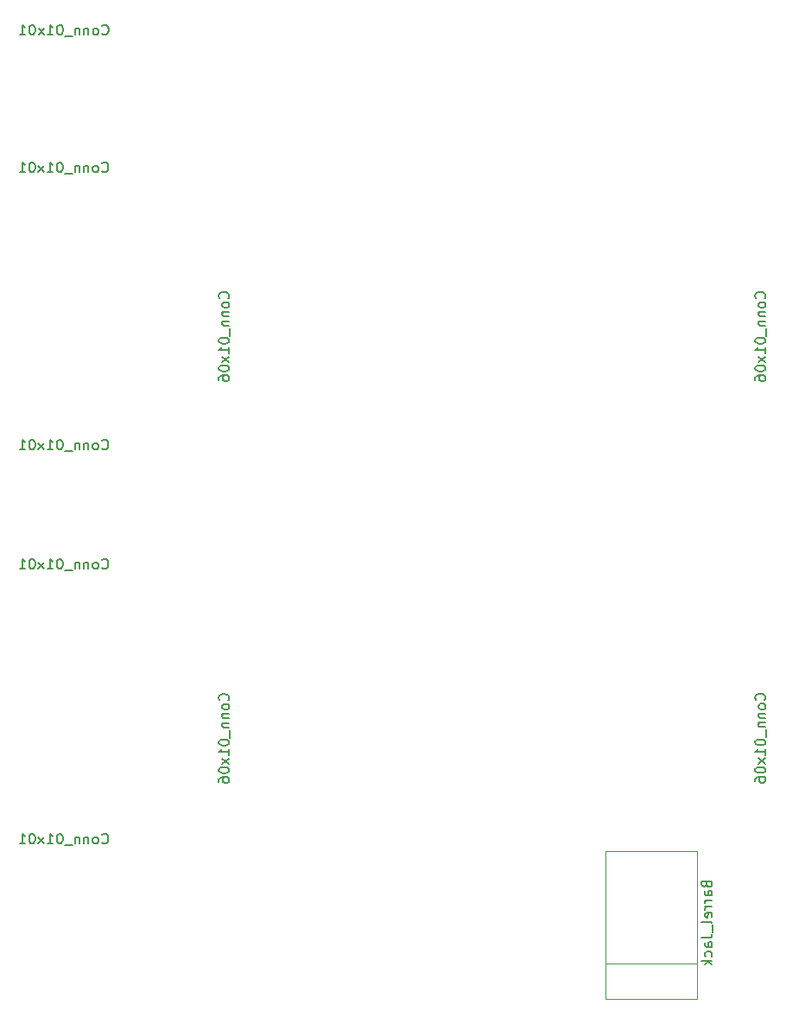
<source format=gbr>
G04 #@! TF.FileFunction,Other,Fab,Bot*
%FSLAX46Y46*%
G04 Gerber Fmt 4.6, Leading zero omitted, Abs format (unit mm)*
G04 Created by KiCad (PCBNEW 4.0.4-stable) date 12/14/17 11:03:47*
%MOMM*%
%LPD*%
G01*
G04 APERTURE LIST*
%ADD10C,0.250000*%
%ADD11C,0.100000*%
%ADD12C,0.150000*%
G04 APERTURE END LIST*
D10*
D11*
X167060000Y-162600000D02*
X158060000Y-162600000D01*
X167060000Y-166100000D02*
X158060000Y-166100000D01*
X158060000Y-166100000D02*
X158060000Y-151600000D01*
X158060000Y-151600000D02*
X167060000Y-151600000D01*
X167060000Y-151600000D02*
X167060000Y-166100000D01*
D12*
X167988571Y-154861904D02*
X168036190Y-155004761D01*
X168083810Y-155052380D01*
X168179048Y-155099999D01*
X168321905Y-155099999D01*
X168417143Y-155052380D01*
X168464762Y-155004761D01*
X168512381Y-154909523D01*
X168512381Y-154528570D01*
X167512381Y-154528570D01*
X167512381Y-154861904D01*
X167560000Y-154957142D01*
X167607619Y-155004761D01*
X167702857Y-155052380D01*
X167798095Y-155052380D01*
X167893333Y-155004761D01*
X167940952Y-154957142D01*
X167988571Y-154861904D01*
X167988571Y-154528570D01*
X168512381Y-155957142D02*
X167988571Y-155957142D01*
X167893333Y-155909523D01*
X167845714Y-155814285D01*
X167845714Y-155623808D01*
X167893333Y-155528570D01*
X168464762Y-155957142D02*
X168512381Y-155861904D01*
X168512381Y-155623808D01*
X168464762Y-155528570D01*
X168369524Y-155480951D01*
X168274286Y-155480951D01*
X168179048Y-155528570D01*
X168131429Y-155623808D01*
X168131429Y-155861904D01*
X168083810Y-155957142D01*
X168512381Y-156433332D02*
X167845714Y-156433332D01*
X168036190Y-156433332D02*
X167940952Y-156480951D01*
X167893333Y-156528570D01*
X167845714Y-156623808D01*
X167845714Y-156719047D01*
X168512381Y-157052380D02*
X167845714Y-157052380D01*
X168036190Y-157052380D02*
X167940952Y-157099999D01*
X167893333Y-157147618D01*
X167845714Y-157242856D01*
X167845714Y-157338095D01*
X168464762Y-158052381D02*
X168512381Y-157957143D01*
X168512381Y-157766666D01*
X168464762Y-157671428D01*
X168369524Y-157623809D01*
X167988571Y-157623809D01*
X167893333Y-157671428D01*
X167845714Y-157766666D01*
X167845714Y-157957143D01*
X167893333Y-158052381D01*
X167988571Y-158100000D01*
X168083810Y-158100000D01*
X168179048Y-157623809D01*
X168512381Y-158671428D02*
X168464762Y-158576190D01*
X168369524Y-158528571D01*
X167512381Y-158528571D01*
X168607619Y-158814286D02*
X168607619Y-159576191D01*
X167512381Y-160100001D02*
X168226667Y-160100001D01*
X168369524Y-160052381D01*
X168464762Y-159957143D01*
X168512381Y-159814286D01*
X168512381Y-159719048D01*
X168512381Y-161004763D02*
X167988571Y-161004763D01*
X167893333Y-160957144D01*
X167845714Y-160861906D01*
X167845714Y-160671429D01*
X167893333Y-160576191D01*
X168464762Y-161004763D02*
X168512381Y-160909525D01*
X168512381Y-160671429D01*
X168464762Y-160576191D01*
X168369524Y-160528572D01*
X168274286Y-160528572D01*
X168179048Y-160576191D01*
X168131429Y-160671429D01*
X168131429Y-160909525D01*
X168083810Y-161004763D01*
X168464762Y-161909525D02*
X168512381Y-161814287D01*
X168512381Y-161623810D01*
X168464762Y-161528572D01*
X168417143Y-161480953D01*
X168321905Y-161433334D01*
X168036190Y-161433334D01*
X167940952Y-161480953D01*
X167893333Y-161528572D01*
X167845714Y-161623810D01*
X167845714Y-161814287D01*
X167893333Y-161909525D01*
X168512381Y-162338096D02*
X167512381Y-162338096D01*
X168131429Y-162433334D02*
X168512381Y-162719049D01*
X167845714Y-162719049D02*
X168226667Y-162338096D01*
X121082143Y-97436905D02*
X121129762Y-97389286D01*
X121177381Y-97246429D01*
X121177381Y-97151191D01*
X121129762Y-97008333D01*
X121034524Y-96913095D01*
X120939286Y-96865476D01*
X120748810Y-96817857D01*
X120605952Y-96817857D01*
X120415476Y-96865476D01*
X120320238Y-96913095D01*
X120225000Y-97008333D01*
X120177381Y-97151191D01*
X120177381Y-97246429D01*
X120225000Y-97389286D01*
X120272619Y-97436905D01*
X121177381Y-98008333D02*
X121129762Y-97913095D01*
X121082143Y-97865476D01*
X120986905Y-97817857D01*
X120701190Y-97817857D01*
X120605952Y-97865476D01*
X120558333Y-97913095D01*
X120510714Y-98008333D01*
X120510714Y-98151191D01*
X120558333Y-98246429D01*
X120605952Y-98294048D01*
X120701190Y-98341667D01*
X120986905Y-98341667D01*
X121082143Y-98294048D01*
X121129762Y-98246429D01*
X121177381Y-98151191D01*
X121177381Y-98008333D01*
X120510714Y-98770238D02*
X121177381Y-98770238D01*
X120605952Y-98770238D02*
X120558333Y-98817857D01*
X120510714Y-98913095D01*
X120510714Y-99055953D01*
X120558333Y-99151191D01*
X120653571Y-99198810D01*
X121177381Y-99198810D01*
X120510714Y-99675000D02*
X121177381Y-99675000D01*
X120605952Y-99675000D02*
X120558333Y-99722619D01*
X120510714Y-99817857D01*
X120510714Y-99960715D01*
X120558333Y-100055953D01*
X120653571Y-100103572D01*
X121177381Y-100103572D01*
X121272619Y-100341667D02*
X121272619Y-101103572D01*
X120177381Y-101532143D02*
X120177381Y-101627382D01*
X120225000Y-101722620D01*
X120272619Y-101770239D01*
X120367857Y-101817858D01*
X120558333Y-101865477D01*
X120796429Y-101865477D01*
X120986905Y-101817858D01*
X121082143Y-101770239D01*
X121129762Y-101722620D01*
X121177381Y-101627382D01*
X121177381Y-101532143D01*
X121129762Y-101436905D01*
X121082143Y-101389286D01*
X120986905Y-101341667D01*
X120796429Y-101294048D01*
X120558333Y-101294048D01*
X120367857Y-101341667D01*
X120272619Y-101389286D01*
X120225000Y-101436905D01*
X120177381Y-101532143D01*
X121177381Y-102817858D02*
X121177381Y-102246429D01*
X121177381Y-102532143D02*
X120177381Y-102532143D01*
X120320238Y-102436905D01*
X120415476Y-102341667D01*
X120463095Y-102246429D01*
X121177381Y-103151191D02*
X120510714Y-103675001D01*
X120510714Y-103151191D02*
X121177381Y-103675001D01*
X120177381Y-104246429D02*
X120177381Y-104341668D01*
X120225000Y-104436906D01*
X120272619Y-104484525D01*
X120367857Y-104532144D01*
X120558333Y-104579763D01*
X120796429Y-104579763D01*
X120986905Y-104532144D01*
X121082143Y-104484525D01*
X121129762Y-104436906D01*
X121177381Y-104341668D01*
X121177381Y-104246429D01*
X121129762Y-104151191D01*
X121082143Y-104103572D01*
X120986905Y-104055953D01*
X120796429Y-104008334D01*
X120558333Y-104008334D01*
X120367857Y-104055953D01*
X120272619Y-104103572D01*
X120225000Y-104151191D01*
X120177381Y-104246429D01*
X120177381Y-105436906D02*
X120177381Y-105246429D01*
X120225000Y-105151191D01*
X120272619Y-105103572D01*
X120415476Y-105008334D01*
X120605952Y-104960715D01*
X120986905Y-104960715D01*
X121082143Y-105008334D01*
X121129762Y-105055953D01*
X121177381Y-105151191D01*
X121177381Y-105341668D01*
X121129762Y-105436906D01*
X121082143Y-105484525D01*
X120986905Y-105532144D01*
X120748810Y-105532144D01*
X120653571Y-105484525D01*
X120605952Y-105436906D01*
X120558333Y-105341668D01*
X120558333Y-105151191D01*
X120605952Y-105055953D01*
X120653571Y-105008334D01*
X120748810Y-104960715D01*
X108734075Y-71538103D02*
X108781694Y-71585722D01*
X108924551Y-71633341D01*
X109019789Y-71633341D01*
X109162647Y-71585722D01*
X109257885Y-71490484D01*
X109305504Y-71395246D01*
X109353123Y-71204770D01*
X109353123Y-71061912D01*
X109305504Y-70871436D01*
X109257885Y-70776198D01*
X109162647Y-70680960D01*
X109019789Y-70633341D01*
X108924551Y-70633341D01*
X108781694Y-70680960D01*
X108734075Y-70728579D01*
X108162647Y-71633341D02*
X108257885Y-71585722D01*
X108305504Y-71538103D01*
X108353123Y-71442865D01*
X108353123Y-71157150D01*
X108305504Y-71061912D01*
X108257885Y-71014293D01*
X108162647Y-70966674D01*
X108019789Y-70966674D01*
X107924551Y-71014293D01*
X107876932Y-71061912D01*
X107829313Y-71157150D01*
X107829313Y-71442865D01*
X107876932Y-71538103D01*
X107924551Y-71585722D01*
X108019789Y-71633341D01*
X108162647Y-71633341D01*
X107400742Y-70966674D02*
X107400742Y-71633341D01*
X107400742Y-71061912D02*
X107353123Y-71014293D01*
X107257885Y-70966674D01*
X107115027Y-70966674D01*
X107019789Y-71014293D01*
X106972170Y-71109531D01*
X106972170Y-71633341D01*
X106495980Y-70966674D02*
X106495980Y-71633341D01*
X106495980Y-71061912D02*
X106448361Y-71014293D01*
X106353123Y-70966674D01*
X106210265Y-70966674D01*
X106115027Y-71014293D01*
X106067408Y-71109531D01*
X106067408Y-71633341D01*
X105829313Y-71728579D02*
X105067408Y-71728579D01*
X104638837Y-70633341D02*
X104543598Y-70633341D01*
X104448360Y-70680960D01*
X104400741Y-70728579D01*
X104353122Y-70823817D01*
X104305503Y-71014293D01*
X104305503Y-71252389D01*
X104353122Y-71442865D01*
X104400741Y-71538103D01*
X104448360Y-71585722D01*
X104543598Y-71633341D01*
X104638837Y-71633341D01*
X104734075Y-71585722D01*
X104781694Y-71538103D01*
X104829313Y-71442865D01*
X104876932Y-71252389D01*
X104876932Y-71014293D01*
X104829313Y-70823817D01*
X104781694Y-70728579D01*
X104734075Y-70680960D01*
X104638837Y-70633341D01*
X103353122Y-71633341D02*
X103924551Y-71633341D01*
X103638837Y-71633341D02*
X103638837Y-70633341D01*
X103734075Y-70776198D01*
X103829313Y-70871436D01*
X103924551Y-70919055D01*
X103019789Y-71633341D02*
X102495979Y-70966674D01*
X103019789Y-70966674D02*
X102495979Y-71633341D01*
X101924551Y-70633341D02*
X101829312Y-70633341D01*
X101734074Y-70680960D01*
X101686455Y-70728579D01*
X101638836Y-70823817D01*
X101591217Y-71014293D01*
X101591217Y-71252389D01*
X101638836Y-71442865D01*
X101686455Y-71538103D01*
X101734074Y-71585722D01*
X101829312Y-71633341D01*
X101924551Y-71633341D01*
X102019789Y-71585722D01*
X102067408Y-71538103D01*
X102115027Y-71442865D01*
X102162646Y-71252389D01*
X102162646Y-71014293D01*
X102115027Y-70823817D01*
X102067408Y-70728579D01*
X102019789Y-70680960D01*
X101924551Y-70633341D01*
X100638836Y-71633341D02*
X101210265Y-71633341D01*
X100924551Y-71633341D02*
X100924551Y-70633341D01*
X101019789Y-70776198D01*
X101115027Y-70871436D01*
X101210265Y-70919055D01*
X108731535Y-85000103D02*
X108779154Y-85047722D01*
X108922011Y-85095341D01*
X109017249Y-85095341D01*
X109160107Y-85047722D01*
X109255345Y-84952484D01*
X109302964Y-84857246D01*
X109350583Y-84666770D01*
X109350583Y-84523912D01*
X109302964Y-84333436D01*
X109255345Y-84238198D01*
X109160107Y-84142960D01*
X109017249Y-84095341D01*
X108922011Y-84095341D01*
X108779154Y-84142960D01*
X108731535Y-84190579D01*
X108160107Y-85095341D02*
X108255345Y-85047722D01*
X108302964Y-85000103D01*
X108350583Y-84904865D01*
X108350583Y-84619150D01*
X108302964Y-84523912D01*
X108255345Y-84476293D01*
X108160107Y-84428674D01*
X108017249Y-84428674D01*
X107922011Y-84476293D01*
X107874392Y-84523912D01*
X107826773Y-84619150D01*
X107826773Y-84904865D01*
X107874392Y-85000103D01*
X107922011Y-85047722D01*
X108017249Y-85095341D01*
X108160107Y-85095341D01*
X107398202Y-84428674D02*
X107398202Y-85095341D01*
X107398202Y-84523912D02*
X107350583Y-84476293D01*
X107255345Y-84428674D01*
X107112487Y-84428674D01*
X107017249Y-84476293D01*
X106969630Y-84571531D01*
X106969630Y-85095341D01*
X106493440Y-84428674D02*
X106493440Y-85095341D01*
X106493440Y-84523912D02*
X106445821Y-84476293D01*
X106350583Y-84428674D01*
X106207725Y-84428674D01*
X106112487Y-84476293D01*
X106064868Y-84571531D01*
X106064868Y-85095341D01*
X105826773Y-85190579D02*
X105064868Y-85190579D01*
X104636297Y-84095341D02*
X104541058Y-84095341D01*
X104445820Y-84142960D01*
X104398201Y-84190579D01*
X104350582Y-84285817D01*
X104302963Y-84476293D01*
X104302963Y-84714389D01*
X104350582Y-84904865D01*
X104398201Y-85000103D01*
X104445820Y-85047722D01*
X104541058Y-85095341D01*
X104636297Y-85095341D01*
X104731535Y-85047722D01*
X104779154Y-85000103D01*
X104826773Y-84904865D01*
X104874392Y-84714389D01*
X104874392Y-84476293D01*
X104826773Y-84285817D01*
X104779154Y-84190579D01*
X104731535Y-84142960D01*
X104636297Y-84095341D01*
X103350582Y-85095341D02*
X103922011Y-85095341D01*
X103636297Y-85095341D02*
X103636297Y-84095341D01*
X103731535Y-84238198D01*
X103826773Y-84333436D01*
X103922011Y-84381055D01*
X103017249Y-85095341D02*
X102493439Y-84428674D01*
X103017249Y-84428674D02*
X102493439Y-85095341D01*
X101922011Y-84095341D02*
X101826772Y-84095341D01*
X101731534Y-84142960D01*
X101683915Y-84190579D01*
X101636296Y-84285817D01*
X101588677Y-84476293D01*
X101588677Y-84714389D01*
X101636296Y-84904865D01*
X101683915Y-85000103D01*
X101731534Y-85047722D01*
X101826772Y-85095341D01*
X101922011Y-85095341D01*
X102017249Y-85047722D01*
X102064868Y-85000103D01*
X102112487Y-84904865D01*
X102160106Y-84714389D01*
X102160106Y-84476293D01*
X102112487Y-84285817D01*
X102064868Y-84190579D01*
X102017249Y-84142960D01*
X101922011Y-84095341D01*
X100636296Y-85095341D02*
X101207725Y-85095341D01*
X100922011Y-85095341D02*
X100922011Y-84095341D01*
X101017249Y-84238198D01*
X101112487Y-84333436D01*
X101207725Y-84381055D01*
X108731535Y-112178103D02*
X108779154Y-112225722D01*
X108922011Y-112273341D01*
X109017249Y-112273341D01*
X109160107Y-112225722D01*
X109255345Y-112130484D01*
X109302964Y-112035246D01*
X109350583Y-111844770D01*
X109350583Y-111701912D01*
X109302964Y-111511436D01*
X109255345Y-111416198D01*
X109160107Y-111320960D01*
X109017249Y-111273341D01*
X108922011Y-111273341D01*
X108779154Y-111320960D01*
X108731535Y-111368579D01*
X108160107Y-112273341D02*
X108255345Y-112225722D01*
X108302964Y-112178103D01*
X108350583Y-112082865D01*
X108350583Y-111797150D01*
X108302964Y-111701912D01*
X108255345Y-111654293D01*
X108160107Y-111606674D01*
X108017249Y-111606674D01*
X107922011Y-111654293D01*
X107874392Y-111701912D01*
X107826773Y-111797150D01*
X107826773Y-112082865D01*
X107874392Y-112178103D01*
X107922011Y-112225722D01*
X108017249Y-112273341D01*
X108160107Y-112273341D01*
X107398202Y-111606674D02*
X107398202Y-112273341D01*
X107398202Y-111701912D02*
X107350583Y-111654293D01*
X107255345Y-111606674D01*
X107112487Y-111606674D01*
X107017249Y-111654293D01*
X106969630Y-111749531D01*
X106969630Y-112273341D01*
X106493440Y-111606674D02*
X106493440Y-112273341D01*
X106493440Y-111701912D02*
X106445821Y-111654293D01*
X106350583Y-111606674D01*
X106207725Y-111606674D01*
X106112487Y-111654293D01*
X106064868Y-111749531D01*
X106064868Y-112273341D01*
X105826773Y-112368579D02*
X105064868Y-112368579D01*
X104636297Y-111273341D02*
X104541058Y-111273341D01*
X104445820Y-111320960D01*
X104398201Y-111368579D01*
X104350582Y-111463817D01*
X104302963Y-111654293D01*
X104302963Y-111892389D01*
X104350582Y-112082865D01*
X104398201Y-112178103D01*
X104445820Y-112225722D01*
X104541058Y-112273341D01*
X104636297Y-112273341D01*
X104731535Y-112225722D01*
X104779154Y-112178103D01*
X104826773Y-112082865D01*
X104874392Y-111892389D01*
X104874392Y-111654293D01*
X104826773Y-111463817D01*
X104779154Y-111368579D01*
X104731535Y-111320960D01*
X104636297Y-111273341D01*
X103350582Y-112273341D02*
X103922011Y-112273341D01*
X103636297Y-112273341D02*
X103636297Y-111273341D01*
X103731535Y-111416198D01*
X103826773Y-111511436D01*
X103922011Y-111559055D01*
X103017249Y-112273341D02*
X102493439Y-111606674D01*
X103017249Y-111606674D02*
X102493439Y-112273341D01*
X101922011Y-111273341D02*
X101826772Y-111273341D01*
X101731534Y-111320960D01*
X101683915Y-111368579D01*
X101636296Y-111463817D01*
X101588677Y-111654293D01*
X101588677Y-111892389D01*
X101636296Y-112082865D01*
X101683915Y-112178103D01*
X101731534Y-112225722D01*
X101826772Y-112273341D01*
X101922011Y-112273341D01*
X102017249Y-112225722D01*
X102064868Y-112178103D01*
X102112487Y-112082865D01*
X102160106Y-111892389D01*
X102160106Y-111654293D01*
X102112487Y-111463817D01*
X102064868Y-111368579D01*
X102017249Y-111320960D01*
X101922011Y-111273341D01*
X100636296Y-112273341D02*
X101207725Y-112273341D01*
X100922011Y-112273341D02*
X100922011Y-111273341D01*
X101017249Y-111416198D01*
X101112487Y-111511436D01*
X101207725Y-111559055D01*
X108731535Y-123862103D02*
X108779154Y-123909722D01*
X108922011Y-123957341D01*
X109017249Y-123957341D01*
X109160107Y-123909722D01*
X109255345Y-123814484D01*
X109302964Y-123719246D01*
X109350583Y-123528770D01*
X109350583Y-123385912D01*
X109302964Y-123195436D01*
X109255345Y-123100198D01*
X109160107Y-123004960D01*
X109017249Y-122957341D01*
X108922011Y-122957341D01*
X108779154Y-123004960D01*
X108731535Y-123052579D01*
X108160107Y-123957341D02*
X108255345Y-123909722D01*
X108302964Y-123862103D01*
X108350583Y-123766865D01*
X108350583Y-123481150D01*
X108302964Y-123385912D01*
X108255345Y-123338293D01*
X108160107Y-123290674D01*
X108017249Y-123290674D01*
X107922011Y-123338293D01*
X107874392Y-123385912D01*
X107826773Y-123481150D01*
X107826773Y-123766865D01*
X107874392Y-123862103D01*
X107922011Y-123909722D01*
X108017249Y-123957341D01*
X108160107Y-123957341D01*
X107398202Y-123290674D02*
X107398202Y-123957341D01*
X107398202Y-123385912D02*
X107350583Y-123338293D01*
X107255345Y-123290674D01*
X107112487Y-123290674D01*
X107017249Y-123338293D01*
X106969630Y-123433531D01*
X106969630Y-123957341D01*
X106493440Y-123290674D02*
X106493440Y-123957341D01*
X106493440Y-123385912D02*
X106445821Y-123338293D01*
X106350583Y-123290674D01*
X106207725Y-123290674D01*
X106112487Y-123338293D01*
X106064868Y-123433531D01*
X106064868Y-123957341D01*
X105826773Y-124052579D02*
X105064868Y-124052579D01*
X104636297Y-122957341D02*
X104541058Y-122957341D01*
X104445820Y-123004960D01*
X104398201Y-123052579D01*
X104350582Y-123147817D01*
X104302963Y-123338293D01*
X104302963Y-123576389D01*
X104350582Y-123766865D01*
X104398201Y-123862103D01*
X104445820Y-123909722D01*
X104541058Y-123957341D01*
X104636297Y-123957341D01*
X104731535Y-123909722D01*
X104779154Y-123862103D01*
X104826773Y-123766865D01*
X104874392Y-123576389D01*
X104874392Y-123338293D01*
X104826773Y-123147817D01*
X104779154Y-123052579D01*
X104731535Y-123004960D01*
X104636297Y-122957341D01*
X103350582Y-123957341D02*
X103922011Y-123957341D01*
X103636297Y-123957341D02*
X103636297Y-122957341D01*
X103731535Y-123100198D01*
X103826773Y-123195436D01*
X103922011Y-123243055D01*
X103017249Y-123957341D02*
X102493439Y-123290674D01*
X103017249Y-123290674D02*
X102493439Y-123957341D01*
X101922011Y-122957341D02*
X101826772Y-122957341D01*
X101731534Y-123004960D01*
X101683915Y-123052579D01*
X101636296Y-123147817D01*
X101588677Y-123338293D01*
X101588677Y-123576389D01*
X101636296Y-123766865D01*
X101683915Y-123862103D01*
X101731534Y-123909722D01*
X101826772Y-123957341D01*
X101922011Y-123957341D01*
X102017249Y-123909722D01*
X102064868Y-123862103D01*
X102112487Y-123766865D01*
X102160106Y-123576389D01*
X102160106Y-123338293D01*
X102112487Y-123147817D01*
X102064868Y-123052579D01*
X102017249Y-123004960D01*
X101922011Y-122957341D01*
X100636296Y-123957341D02*
X101207725Y-123957341D01*
X100922011Y-123957341D02*
X100922011Y-122957341D01*
X101017249Y-123100198D01*
X101112487Y-123195436D01*
X101207725Y-123243055D01*
X108731535Y-150786103D02*
X108779154Y-150833722D01*
X108922011Y-150881341D01*
X109017249Y-150881341D01*
X109160107Y-150833722D01*
X109255345Y-150738484D01*
X109302964Y-150643246D01*
X109350583Y-150452770D01*
X109350583Y-150309912D01*
X109302964Y-150119436D01*
X109255345Y-150024198D01*
X109160107Y-149928960D01*
X109017249Y-149881341D01*
X108922011Y-149881341D01*
X108779154Y-149928960D01*
X108731535Y-149976579D01*
X108160107Y-150881341D02*
X108255345Y-150833722D01*
X108302964Y-150786103D01*
X108350583Y-150690865D01*
X108350583Y-150405150D01*
X108302964Y-150309912D01*
X108255345Y-150262293D01*
X108160107Y-150214674D01*
X108017249Y-150214674D01*
X107922011Y-150262293D01*
X107874392Y-150309912D01*
X107826773Y-150405150D01*
X107826773Y-150690865D01*
X107874392Y-150786103D01*
X107922011Y-150833722D01*
X108017249Y-150881341D01*
X108160107Y-150881341D01*
X107398202Y-150214674D02*
X107398202Y-150881341D01*
X107398202Y-150309912D02*
X107350583Y-150262293D01*
X107255345Y-150214674D01*
X107112487Y-150214674D01*
X107017249Y-150262293D01*
X106969630Y-150357531D01*
X106969630Y-150881341D01*
X106493440Y-150214674D02*
X106493440Y-150881341D01*
X106493440Y-150309912D02*
X106445821Y-150262293D01*
X106350583Y-150214674D01*
X106207725Y-150214674D01*
X106112487Y-150262293D01*
X106064868Y-150357531D01*
X106064868Y-150881341D01*
X105826773Y-150976579D02*
X105064868Y-150976579D01*
X104636297Y-149881341D02*
X104541058Y-149881341D01*
X104445820Y-149928960D01*
X104398201Y-149976579D01*
X104350582Y-150071817D01*
X104302963Y-150262293D01*
X104302963Y-150500389D01*
X104350582Y-150690865D01*
X104398201Y-150786103D01*
X104445820Y-150833722D01*
X104541058Y-150881341D01*
X104636297Y-150881341D01*
X104731535Y-150833722D01*
X104779154Y-150786103D01*
X104826773Y-150690865D01*
X104874392Y-150500389D01*
X104874392Y-150262293D01*
X104826773Y-150071817D01*
X104779154Y-149976579D01*
X104731535Y-149928960D01*
X104636297Y-149881341D01*
X103350582Y-150881341D02*
X103922011Y-150881341D01*
X103636297Y-150881341D02*
X103636297Y-149881341D01*
X103731535Y-150024198D01*
X103826773Y-150119436D01*
X103922011Y-150167055D01*
X103017249Y-150881341D02*
X102493439Y-150214674D01*
X103017249Y-150214674D02*
X102493439Y-150881341D01*
X101922011Y-149881341D02*
X101826772Y-149881341D01*
X101731534Y-149928960D01*
X101683915Y-149976579D01*
X101636296Y-150071817D01*
X101588677Y-150262293D01*
X101588677Y-150500389D01*
X101636296Y-150690865D01*
X101683915Y-150786103D01*
X101731534Y-150833722D01*
X101826772Y-150881341D01*
X101922011Y-150881341D01*
X102017249Y-150833722D01*
X102064868Y-150786103D01*
X102112487Y-150690865D01*
X102160106Y-150500389D01*
X102160106Y-150262293D01*
X102112487Y-150071817D01*
X102064868Y-149976579D01*
X102017249Y-149928960D01*
X101922011Y-149881341D01*
X100636296Y-150881341D02*
X101207725Y-150881341D01*
X100922011Y-150881341D02*
X100922011Y-149881341D01*
X101017249Y-150024198D01*
X101112487Y-150119436D01*
X101207725Y-150167055D01*
X121082143Y-136811905D02*
X121129762Y-136764286D01*
X121177381Y-136621429D01*
X121177381Y-136526191D01*
X121129762Y-136383333D01*
X121034524Y-136288095D01*
X120939286Y-136240476D01*
X120748810Y-136192857D01*
X120605952Y-136192857D01*
X120415476Y-136240476D01*
X120320238Y-136288095D01*
X120225000Y-136383333D01*
X120177381Y-136526191D01*
X120177381Y-136621429D01*
X120225000Y-136764286D01*
X120272619Y-136811905D01*
X121177381Y-137383333D02*
X121129762Y-137288095D01*
X121082143Y-137240476D01*
X120986905Y-137192857D01*
X120701190Y-137192857D01*
X120605952Y-137240476D01*
X120558333Y-137288095D01*
X120510714Y-137383333D01*
X120510714Y-137526191D01*
X120558333Y-137621429D01*
X120605952Y-137669048D01*
X120701190Y-137716667D01*
X120986905Y-137716667D01*
X121082143Y-137669048D01*
X121129762Y-137621429D01*
X121177381Y-137526191D01*
X121177381Y-137383333D01*
X120510714Y-138145238D02*
X121177381Y-138145238D01*
X120605952Y-138145238D02*
X120558333Y-138192857D01*
X120510714Y-138288095D01*
X120510714Y-138430953D01*
X120558333Y-138526191D01*
X120653571Y-138573810D01*
X121177381Y-138573810D01*
X120510714Y-139050000D02*
X121177381Y-139050000D01*
X120605952Y-139050000D02*
X120558333Y-139097619D01*
X120510714Y-139192857D01*
X120510714Y-139335715D01*
X120558333Y-139430953D01*
X120653571Y-139478572D01*
X121177381Y-139478572D01*
X121272619Y-139716667D02*
X121272619Y-140478572D01*
X120177381Y-140907143D02*
X120177381Y-141002382D01*
X120225000Y-141097620D01*
X120272619Y-141145239D01*
X120367857Y-141192858D01*
X120558333Y-141240477D01*
X120796429Y-141240477D01*
X120986905Y-141192858D01*
X121082143Y-141145239D01*
X121129762Y-141097620D01*
X121177381Y-141002382D01*
X121177381Y-140907143D01*
X121129762Y-140811905D01*
X121082143Y-140764286D01*
X120986905Y-140716667D01*
X120796429Y-140669048D01*
X120558333Y-140669048D01*
X120367857Y-140716667D01*
X120272619Y-140764286D01*
X120225000Y-140811905D01*
X120177381Y-140907143D01*
X121177381Y-142192858D02*
X121177381Y-141621429D01*
X121177381Y-141907143D02*
X120177381Y-141907143D01*
X120320238Y-141811905D01*
X120415476Y-141716667D01*
X120463095Y-141621429D01*
X121177381Y-142526191D02*
X120510714Y-143050001D01*
X120510714Y-142526191D02*
X121177381Y-143050001D01*
X120177381Y-143621429D02*
X120177381Y-143716668D01*
X120225000Y-143811906D01*
X120272619Y-143859525D01*
X120367857Y-143907144D01*
X120558333Y-143954763D01*
X120796429Y-143954763D01*
X120986905Y-143907144D01*
X121082143Y-143859525D01*
X121129762Y-143811906D01*
X121177381Y-143716668D01*
X121177381Y-143621429D01*
X121129762Y-143526191D01*
X121082143Y-143478572D01*
X120986905Y-143430953D01*
X120796429Y-143383334D01*
X120558333Y-143383334D01*
X120367857Y-143430953D01*
X120272619Y-143478572D01*
X120225000Y-143526191D01*
X120177381Y-143621429D01*
X120177381Y-144811906D02*
X120177381Y-144621429D01*
X120225000Y-144526191D01*
X120272619Y-144478572D01*
X120415476Y-144383334D01*
X120605952Y-144335715D01*
X120986905Y-144335715D01*
X121082143Y-144383334D01*
X121129762Y-144430953D01*
X121177381Y-144526191D01*
X121177381Y-144716668D01*
X121129762Y-144811906D01*
X121082143Y-144859525D01*
X120986905Y-144907144D01*
X120748810Y-144907144D01*
X120653571Y-144859525D01*
X120605952Y-144811906D01*
X120558333Y-144716668D01*
X120558333Y-144526191D01*
X120605952Y-144430953D01*
X120653571Y-144383334D01*
X120748810Y-144335715D01*
X173657143Y-97436905D02*
X173704762Y-97389286D01*
X173752381Y-97246429D01*
X173752381Y-97151191D01*
X173704762Y-97008333D01*
X173609524Y-96913095D01*
X173514286Y-96865476D01*
X173323810Y-96817857D01*
X173180952Y-96817857D01*
X172990476Y-96865476D01*
X172895238Y-96913095D01*
X172800000Y-97008333D01*
X172752381Y-97151191D01*
X172752381Y-97246429D01*
X172800000Y-97389286D01*
X172847619Y-97436905D01*
X173752381Y-98008333D02*
X173704762Y-97913095D01*
X173657143Y-97865476D01*
X173561905Y-97817857D01*
X173276190Y-97817857D01*
X173180952Y-97865476D01*
X173133333Y-97913095D01*
X173085714Y-98008333D01*
X173085714Y-98151191D01*
X173133333Y-98246429D01*
X173180952Y-98294048D01*
X173276190Y-98341667D01*
X173561905Y-98341667D01*
X173657143Y-98294048D01*
X173704762Y-98246429D01*
X173752381Y-98151191D01*
X173752381Y-98008333D01*
X173085714Y-98770238D02*
X173752381Y-98770238D01*
X173180952Y-98770238D02*
X173133333Y-98817857D01*
X173085714Y-98913095D01*
X173085714Y-99055953D01*
X173133333Y-99151191D01*
X173228571Y-99198810D01*
X173752381Y-99198810D01*
X173085714Y-99675000D02*
X173752381Y-99675000D01*
X173180952Y-99675000D02*
X173133333Y-99722619D01*
X173085714Y-99817857D01*
X173085714Y-99960715D01*
X173133333Y-100055953D01*
X173228571Y-100103572D01*
X173752381Y-100103572D01*
X173847619Y-100341667D02*
X173847619Y-101103572D01*
X172752381Y-101532143D02*
X172752381Y-101627382D01*
X172800000Y-101722620D01*
X172847619Y-101770239D01*
X172942857Y-101817858D01*
X173133333Y-101865477D01*
X173371429Y-101865477D01*
X173561905Y-101817858D01*
X173657143Y-101770239D01*
X173704762Y-101722620D01*
X173752381Y-101627382D01*
X173752381Y-101532143D01*
X173704762Y-101436905D01*
X173657143Y-101389286D01*
X173561905Y-101341667D01*
X173371429Y-101294048D01*
X173133333Y-101294048D01*
X172942857Y-101341667D01*
X172847619Y-101389286D01*
X172800000Y-101436905D01*
X172752381Y-101532143D01*
X173752381Y-102817858D02*
X173752381Y-102246429D01*
X173752381Y-102532143D02*
X172752381Y-102532143D01*
X172895238Y-102436905D01*
X172990476Y-102341667D01*
X173038095Y-102246429D01*
X173752381Y-103151191D02*
X173085714Y-103675001D01*
X173085714Y-103151191D02*
X173752381Y-103675001D01*
X172752381Y-104246429D02*
X172752381Y-104341668D01*
X172800000Y-104436906D01*
X172847619Y-104484525D01*
X172942857Y-104532144D01*
X173133333Y-104579763D01*
X173371429Y-104579763D01*
X173561905Y-104532144D01*
X173657143Y-104484525D01*
X173704762Y-104436906D01*
X173752381Y-104341668D01*
X173752381Y-104246429D01*
X173704762Y-104151191D01*
X173657143Y-104103572D01*
X173561905Y-104055953D01*
X173371429Y-104008334D01*
X173133333Y-104008334D01*
X172942857Y-104055953D01*
X172847619Y-104103572D01*
X172800000Y-104151191D01*
X172752381Y-104246429D01*
X172752381Y-105436906D02*
X172752381Y-105246429D01*
X172800000Y-105151191D01*
X172847619Y-105103572D01*
X172990476Y-105008334D01*
X173180952Y-104960715D01*
X173561905Y-104960715D01*
X173657143Y-105008334D01*
X173704762Y-105055953D01*
X173752381Y-105151191D01*
X173752381Y-105341668D01*
X173704762Y-105436906D01*
X173657143Y-105484525D01*
X173561905Y-105532144D01*
X173323810Y-105532144D01*
X173228571Y-105484525D01*
X173180952Y-105436906D01*
X173133333Y-105341668D01*
X173133333Y-105151191D01*
X173180952Y-105055953D01*
X173228571Y-105008334D01*
X173323810Y-104960715D01*
X173657143Y-136786905D02*
X173704762Y-136739286D01*
X173752381Y-136596429D01*
X173752381Y-136501191D01*
X173704762Y-136358333D01*
X173609524Y-136263095D01*
X173514286Y-136215476D01*
X173323810Y-136167857D01*
X173180952Y-136167857D01*
X172990476Y-136215476D01*
X172895238Y-136263095D01*
X172800000Y-136358333D01*
X172752381Y-136501191D01*
X172752381Y-136596429D01*
X172800000Y-136739286D01*
X172847619Y-136786905D01*
X173752381Y-137358333D02*
X173704762Y-137263095D01*
X173657143Y-137215476D01*
X173561905Y-137167857D01*
X173276190Y-137167857D01*
X173180952Y-137215476D01*
X173133333Y-137263095D01*
X173085714Y-137358333D01*
X173085714Y-137501191D01*
X173133333Y-137596429D01*
X173180952Y-137644048D01*
X173276190Y-137691667D01*
X173561905Y-137691667D01*
X173657143Y-137644048D01*
X173704762Y-137596429D01*
X173752381Y-137501191D01*
X173752381Y-137358333D01*
X173085714Y-138120238D02*
X173752381Y-138120238D01*
X173180952Y-138120238D02*
X173133333Y-138167857D01*
X173085714Y-138263095D01*
X173085714Y-138405953D01*
X173133333Y-138501191D01*
X173228571Y-138548810D01*
X173752381Y-138548810D01*
X173085714Y-139025000D02*
X173752381Y-139025000D01*
X173180952Y-139025000D02*
X173133333Y-139072619D01*
X173085714Y-139167857D01*
X173085714Y-139310715D01*
X173133333Y-139405953D01*
X173228571Y-139453572D01*
X173752381Y-139453572D01*
X173847619Y-139691667D02*
X173847619Y-140453572D01*
X172752381Y-140882143D02*
X172752381Y-140977382D01*
X172800000Y-141072620D01*
X172847619Y-141120239D01*
X172942857Y-141167858D01*
X173133333Y-141215477D01*
X173371429Y-141215477D01*
X173561905Y-141167858D01*
X173657143Y-141120239D01*
X173704762Y-141072620D01*
X173752381Y-140977382D01*
X173752381Y-140882143D01*
X173704762Y-140786905D01*
X173657143Y-140739286D01*
X173561905Y-140691667D01*
X173371429Y-140644048D01*
X173133333Y-140644048D01*
X172942857Y-140691667D01*
X172847619Y-140739286D01*
X172800000Y-140786905D01*
X172752381Y-140882143D01*
X173752381Y-142167858D02*
X173752381Y-141596429D01*
X173752381Y-141882143D02*
X172752381Y-141882143D01*
X172895238Y-141786905D01*
X172990476Y-141691667D01*
X173038095Y-141596429D01*
X173752381Y-142501191D02*
X173085714Y-143025001D01*
X173085714Y-142501191D02*
X173752381Y-143025001D01*
X172752381Y-143596429D02*
X172752381Y-143691668D01*
X172800000Y-143786906D01*
X172847619Y-143834525D01*
X172942857Y-143882144D01*
X173133333Y-143929763D01*
X173371429Y-143929763D01*
X173561905Y-143882144D01*
X173657143Y-143834525D01*
X173704762Y-143786906D01*
X173752381Y-143691668D01*
X173752381Y-143596429D01*
X173704762Y-143501191D01*
X173657143Y-143453572D01*
X173561905Y-143405953D01*
X173371429Y-143358334D01*
X173133333Y-143358334D01*
X172942857Y-143405953D01*
X172847619Y-143453572D01*
X172800000Y-143501191D01*
X172752381Y-143596429D01*
X172752381Y-144786906D02*
X172752381Y-144596429D01*
X172800000Y-144501191D01*
X172847619Y-144453572D01*
X172990476Y-144358334D01*
X173180952Y-144310715D01*
X173561905Y-144310715D01*
X173657143Y-144358334D01*
X173704762Y-144405953D01*
X173752381Y-144501191D01*
X173752381Y-144691668D01*
X173704762Y-144786906D01*
X173657143Y-144834525D01*
X173561905Y-144882144D01*
X173323810Y-144882144D01*
X173228571Y-144834525D01*
X173180952Y-144786906D01*
X173133333Y-144691668D01*
X173133333Y-144501191D01*
X173180952Y-144405953D01*
X173228571Y-144358334D01*
X173323810Y-144310715D01*
M02*

</source>
